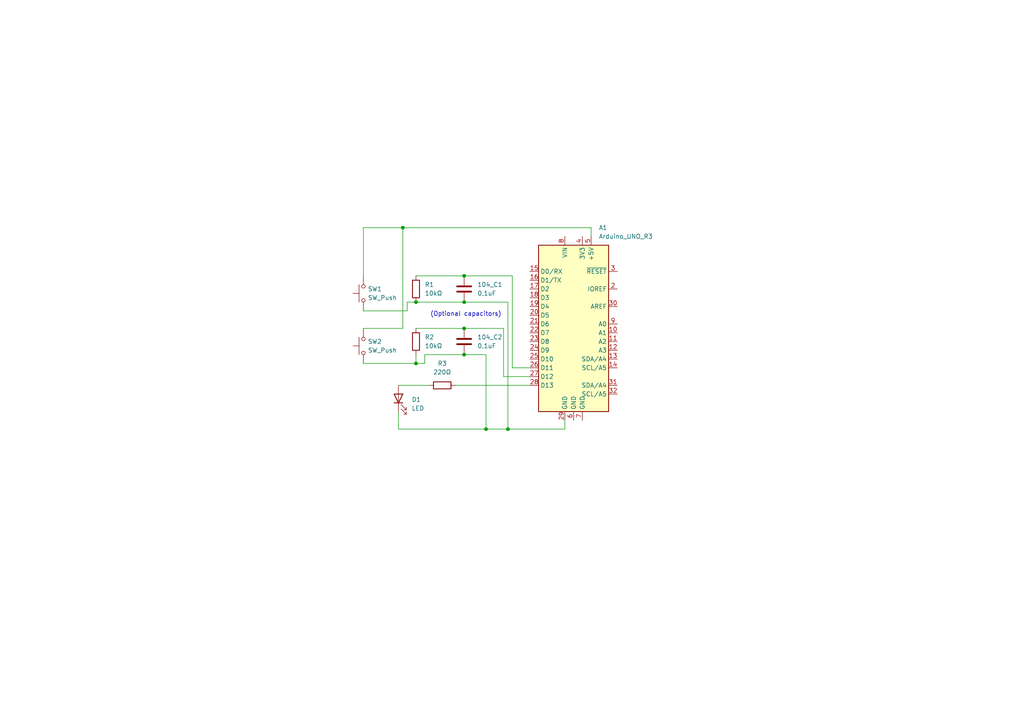
<source format=kicad_sch>
(kicad_sch (version 20231120) (generator "eeschema") (generator_version "8.0")
  (paper "A4")
  (lib_symbols
    (symbol "Device:C" (pin_numbers hide) (pin_names (offset 0.254))
      (property "Reference" "C" (at 0.635 2.54 0))
      (property "Value" "C" (at 0.635 -2.54 0))
      (symbol "C_0_1"
        (polyline (pts (xy -2.032 -0.762) (xy 2.032 -0.762)) (stroke (width 0.508)))
        (polyline (pts (xy -2.032 0.762) (xy 2.032 0.762)) (stroke (width 0.508)))
      )
      (symbol "C_1_1"
        (pin passive line (at 0 3.81 270) (length 2.794) (name "~") (number "1"))
        (pin passive line (at 0 -3.81 90) (length 2.794) (name "~") (number "2"))
      )
    )
    (symbol "Device:LED" (pin_numbers hide) (pin_names (offset 1.016) hide)
      (property "Reference" "D" (at 0 2.54 0))
      (property "Value" "LED" (at 0 -2.54 0))
      (symbol "LED_0_1"
        (polyline (pts (xy -1.27 -1.27) (xy -1.27 1.27)) (stroke (width 0.254)))
        (polyline (pts (xy -1.27 0) (xy 1.27 0)))
        (polyline (pts (xy 1.27 -1.27) (xy 1.27 1.27) (xy -1.27 0) (xy 1.27 -1.27)) (stroke (width 0.254)))
        (polyline (pts (xy -3.048 -0.762) (xy -4.572 -2.286) (xy -3.81 -2.286) (xy -4.572 -2.286) (xy -4.572 -1.524)))
        (polyline (pts (xy -1.778 -0.762) (xy -3.302 -2.286) (xy -2.54 -2.286) (xy -3.302 -2.286) (xy -3.302 -1.524)))
      )
      (symbol "LED_1_1"
        (pin passive line (at -3.81 0 0) (length 2.54) (name "K") (number "1"))
        (pin passive line (at 3.81 0 180) (length 2.54) (name "A") (number "2"))
      )
    )
    (symbol "Device:R" (pin_numbers hide) (pin_names (offset 0))
      (property "Reference" "R" (at 2.032 0 90))
      (property "Value" "R" (at 0 0 90))
      (symbol "R_0_1"
        (rectangle (start -1.016 -2.54) (end 1.016 2.54) (stroke (width 0.254)))
      )
      (symbol "R_1_1"
        (pin passive line (at 0 3.81 270) (length 1.27) (name "~") (number "1"))
        (pin passive line (at 0 -3.81 90) (length 1.27) (name "~") (number "2"))
      )
    )
    (symbol "MCU_Module:Arduino_UNO_R3"
      (property "Reference" "A" (at -10.16 23.495 0))
      (property "Value" "Arduino_UNO_R3" (at 5.08 -26.67 0))
      (symbol "Arduino_UNO_R3_0_1"
        (rectangle (start -10.16 22.86) (end 10.16 -25.4) (stroke (width 0.254)) (fill (type background)))
      )
      (symbol "Arduino_UNO_R3_1_1"
        (pin no_connect line (at -10.16 -20.32 0) (length 2.54) hide (name "NC") (number "1"))
        (pin bidirectional line (at 12.7 -2.54 180) (length 2.54) (name "A1") (number "10"))
        (pin bidirectional line (at 12.7 -5.08 180) (length 2.54) (name "A2") (number "11"))
        (pin bidirectional line (at 12.7 -7.62 180) (length 2.54) (name "A3") (number "12"))
        (pin bidirectional line (at 12.7 -10.16 180) (length 2.54) (name "SDA/A4") (number "13"))
        (pin bidirectional line (at 12.7 -12.7 180) (length 2.54) (name "SCL/A5") (number "14"))
        (pin bidirectional line (at -12.7 15.24 0) (length 2.54) (name "D0/RX") (number "15"))
        (pin bidirectional line (at -12.7 12.7 0) (length 2.54) (name "D1/TX") (number "16"))
        (pin bidirectional line (at -12.7 10.16 0) (length 2.54) (name "D2") (number "17"))
        (pin bidirectional line (at -12.7 7.62 0) (length 2.54) (name "D3") (number "18"))
        (pin bidirectional line (at -12.7 5.08 0) (length 2.54) (name "D4") (number "19"))
        (pin output line (at 12.7 10.16 180) (length 2.54) (name "IOREF") (number "2"))
        (pin bidirectional line (at -12.7 2.54 0) (length 2.54) (name "D5") (number "20"))
        (pin bidirectional line (at -12.7 0 0) (length 2.54) (name "D6") (number "21"))
        (pin bidirectional line (at -12.7 -2.54 0) (length 2.54) (name "D7") (number "22"))
        (pin bidirectional line (at -12.7 -5.08 0) (length 2.54) (name "D8") (number "23"))
        (pin bidirectional line (at -12.7 -7.62 0) (length 2.54) (name "D9") (number "24"))
        (pin bidirectional line (at -12.7 -10.16 0) (length 2.54) (name "D10") (number "25"))
        (pin bidirectional line (at -12.7 -12.7 0) (length 2.54) (name "D11") (number "26"))
        (pin bidirectional line (at -12.7 -15.24 0) (length 2.54) (name "D12") (number "27"))
        (pin bidirectional line (at -12.7 -17.78 0) (length 2.54) (name "D13") (number "28"))
        (pin power_in line (at -2.54 -27.94 90) (length 2.54) (name "GND") (number "29"))
        (pin input line (at 12.7 15.24 180) (length 2.54) (name "~{RESET}") (number "3"))
        (pin input line (at 12.7 5.08 180) (length 2.54) (name "AREF") (number "30"))
        (pin bidirectional line (at 12.7 -17.78 180) (length 2.54) (name "SDA/A4") (number "31"))
        (pin bidirectional line (at 12.7 -20.32 180) (length 2.54) (name "SCL/A5") (number "32"))
        (pin power_out line (at 2.54 25.4 270) (length 2.54) (name "3V3") (number "4"))
        (pin power_out line (at 5.08 25.4 270) (length 2.54) (name "+5V") (number "5"))
        (pin power_in line (at 0 -27.94 90) (length 2.54) (name "GND") (number "6"))
        (pin power_in line (at 2.54 -27.94 90) (length 2.54) (name "GND") (number "7"))
        (pin power_in line (at -2.54 25.4 270) (length 2.54) (name "VIN") (number "8"))
        (pin bidirectional line (at 12.7 0 180) (length 2.54) (name "A0") (number "9"))
      )
    )
    (symbol "Switch:SW_Push" (pin_numbers hide) (pin_names (offset 1.016) hide)
      (property "Reference" "SW" (at 1.27 2.54 0))
      (property "Value" "SW_Push" (at 0 -1.524 0))
      (symbol "SW_Push_0_1"
        (circle (center -2.032 0) (radius 0.508))
        (polyline (pts (xy 0 1.27) (xy 0 3.048)))
        (polyline (pts (xy 2.54 1.27) (xy -2.54 1.27)))
        (circle (center 2.032 0) (radius 0.508))
        (pin passive line (at -5.08 0 0) (length 2.54) (name "1") (number "1"))
        (pin passive line (at 5.08 0 180) (length 2.54) (name "2") (number "2"))
      )
    )
  )
  (junction (at 134.62 102.87))
  (junction (at 147.32 124.46))
  (junction (at 140.97 124.46))
  (junction (at 134.62 95.25))
  (junction (at 116.84 66.04))
  (junction (at 120.65 105.41))
  (junction (at 134.62 87.63))
  (junction (at 120.65 87.63))
  (junction (at 134.62 80.01))
  (wire (pts (xy 153.67 109.22) (xy 146.05 109.22)))
  (wire (pts (xy 118.11 87.63) (xy 120.65 87.63)))
  (wire (pts (xy 105.41 105.41) (xy 120.65 105.41)))
  (wire (pts (xy 140.97 102.87) (xy 140.97 124.46)))
  (wire (pts (xy 146.05 109.22) (xy 146.05 95.25)))
  (wire (pts (xy 140.97 124.46) (xy 147.32 124.46)))
  (wire (pts (xy 120.65 105.41) (xy 120.65 102.87)))
  (wire (pts (xy 123.19 105.41) (xy 120.65 105.41)))
  (wire (pts (xy 171.45 68.58) (xy 171.45 66.04)))
  (wire (pts (xy 115.57 111.76) (xy 124.46 111.76)))
  (wire (pts (xy 115.57 119.38) (xy 115.57 124.46)))
  (wire (pts (xy 120.65 87.63) (xy 134.62 87.63)))
  (wire (pts (xy 105.41 90.17) (xy 118.11 90.17)))
  (wire (pts (xy 120.65 80.01) (xy 134.62 80.01)))
  (wire (pts (xy 132.08 111.76) (xy 153.67 111.76)))
  (wire (pts (xy 148.59 106.68) (xy 148.59 80.01)))
  (wire (pts (xy 116.84 66.04) (xy 116.84 95.25)))
  (wire (pts (xy 163.83 124.46) (xy 163.83 121.92)))
  (wire (pts (xy 148.59 80.01) (xy 134.62 80.01)))
  (wire (pts (xy 147.32 87.63) (xy 147.32 124.46)))
  (wire (pts (xy 105.41 66.04) (xy 105.41 80.01)))
  (wire (pts (xy 105.41 95.25) (xy 116.84 95.25)))
  (wire (pts (xy 115.57 124.46) (xy 140.97 124.46)))
  (wire (pts (xy 120.65 95.25) (xy 134.62 95.25)))
  (wire (pts (xy 123.19 102.87) (xy 123.19 105.41)))
  (wire (pts (xy 146.05 95.25) (xy 134.62 95.25)))
  (wire (pts (xy 171.45 66.04) (xy 116.84 66.04)))
  (wire (pts (xy 116.84 66.04) (xy 105.41 66.04)))
  (wire (pts (xy 147.32 124.46) (xy 163.83 124.46)))
  (wire (pts (xy 118.11 90.17) (xy 118.11 87.63)))
  (wire (pts (xy 134.62 102.87) (xy 123.19 102.87)))
  (wire (pts (xy 134.62 102.87) (xy 140.97 102.87)))
  (wire (pts (xy 134.62 87.63) (xy 147.32 87.63)))
  (wire (pts (xy 153.67 106.68) (xy 148.59 106.68)))
  (text "(Optional capacitors)" (at 135.128 91.186 0) (effects (font (size 1.27 1.27))))
  (symbol (lib_id "Device:R") (at 120.65 83.82 0) (unit 1)
    (property "Reference" "R1" (at 123.19 82.5499 0) (effects (justify left)))
    (property "Value" "10kΩ" (at 123.19 85.0899 0) (effects (justify left)))
    (property "Description" "Resistor" (effects (hide yes)))
  )
  (symbol (lib_id "Device:LED") (at 115.57 115.57 90) (unit 1)
    (property "Reference" "D1" (at 119.38 115.8874 90) (effects (justify right)))
    (property "Value" "LED" (at 119.38 118.4274 90) (effects (justify right)))
    (property "Description" "Light emitting diode" (effects (hide yes)))
  )
  (symbol (lib_id "Device:C") (at 134.62 99.06 0) (unit 1)
    (property "Reference" "104_C2" (at 138.43 97.7899 0) (effects (justify left)))
    (property "Value" "0,1uF" (at 138.43 100.3299 0) (effects (justify left)))
    (property "Description" "Unpolarized capacitor" (effects (hide yes)))
  )
  (symbol (lib_id "Device:C") (at 134.62 83.82 0) (unit 1)
    (property "Reference" "104_C1" (at 138.43 82.5499 0) (effects (justify left)))
    (property "Value" "0,1uF" (at 138.43 85.0899 0) (effects (justify left)))
    (property "Description" "Unpolarized capacitor" (effects (hide yes)))
  )
  (symbol (lib_id "Switch:SW_Push") (at 105.41 85.09 90) (unit 1)
    (property "Reference" "SW1" (at 106.68 83.8199 90) (effects (justify right)))
    (property "Value" "SW_Push" (at 106.68 86.3599 90) (effects (justify right)))
    (property "Description" "Push button switch, generic, two pins" (effects (hide yes)))
  )
  (symbol (lib_id "Switch:SW_Push") (at 105.41 100.33 90) (unit 1)
    (property "Reference" "SW2" (at 106.68 99.0599 90) (effects (justify right)))
    (property "Value" "SW_Push" (at 106.68 101.5999 90) (effects (justify right)))
    (property "Description" "Push button switch, generic, two pins" (effects (hide yes)))
  )
  (symbol (lib_id "MCU_Module:Arduino_UNO_R3") (at 166.37 93.98 0) (unit 1)
    (property "Reference" "A1" (at 173.6441 66.04 0) (effects (justify left)))
    (property "Value" "Arduino_UNO_R3" (at 173.6441 68.58 0) (effects (justify left)))
    (property "Footprint" "Module:Arduino_UNO_R3" (effects (hide yes)))
    (property "Datasheet" "https://www.arduino.cc/en/Main/arduinoBoardUno" (effects (hide yes)))
    (property "Description" "Arduino UNO Microcontroller Module, release 3" (effects (hide yes)))
  )
  (symbol (lib_id "Device:R") (at 128.27 111.76 90) (unit 1)
    (property "Reference" "R3" (at 128.27 105.41 90))
    (property "Value" "220Ω" (at 128.27 107.95 90))
    (property "Description" "Resistor" (effects (hide yes)))
  )
  (symbol (lib_id "Device:R") (at 120.65 99.06 0) (unit 1)
    (property "Reference" "R2" (at 123.19 97.7899 0) (effects (justify left)))
    (property "Value" "10kΩ" (at 123.19 100.3299 0) (effects (justify left)))
    (property "Description" "Resistor" (effects (hide yes)))
  )
)
</source>
